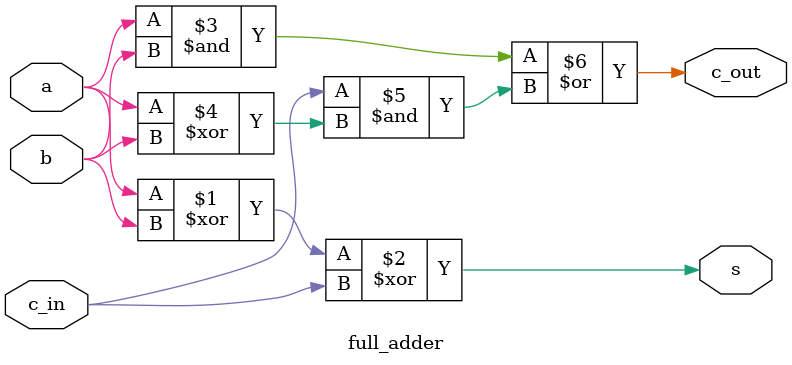
<source format=sv>
module full_adder (
    input  a, b, c_in,  // 'wire' implicitly
    output s, c_out     // 'wire' implicitly
);

    // s = a xor b xor c_in
    assign s = a ^ b ^ c_in;

    // c_out = (a and b) or (c_in and (a xor b))
    assign c_out = (a & b) | (c_in & (a ^ b));

endmodule // full_adder

</source>
